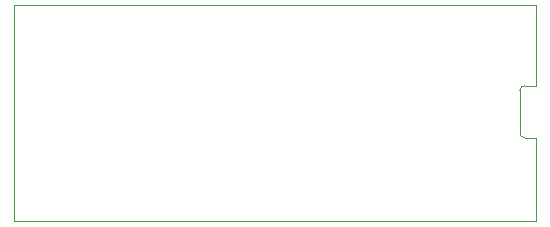
<source format=gm1>
%TF.GenerationSoftware,KiCad,Pcbnew,(6.0.5)*%
%TF.CreationDate,2024-01-21T09:56:39+01:00*%
%TF.ProjectId,pmod_audio_mono,706d6f64-5f61-4756-9469-6f5f6d6f6e6f,rev?*%
%TF.SameCoordinates,Original*%
%TF.FileFunction,Profile,NP*%
%FSLAX46Y46*%
G04 Gerber Fmt 4.6, Leading zero omitted, Abs format (unit mm)*
G04 Created by KiCad (PCBNEW (6.0.5)) date 2024-01-21 09:56:39*
%MOMM*%
%LPD*%
G01*
G04 APERTURE LIST*
%TA.AperFunction,Profile*%
%ADD10C,0.100000*%
%TD*%
%TA.AperFunction,Profile*%
%ADD11C,0.120000*%
%TD*%
G04 APERTURE END LIST*
D10*
X135500000Y-108250000D02*
X132250000Y-108250000D01*
X176500000Y-108250000D02*
X176500000Y-105500000D01*
X168250000Y-90000000D02*
X176500000Y-90000000D01*
X132250000Y-90000000D02*
X132250000Y-90250000D01*
X176500000Y-90000000D02*
X176500000Y-92500000D01*
X168250000Y-90000000D02*
X135500000Y-90000000D01*
X135500000Y-90000000D02*
X132250000Y-90000000D01*
X168250000Y-108250000D02*
X176500000Y-108250000D01*
X132250000Y-90250000D02*
X132250000Y-108250000D01*
X135500000Y-108250000D02*
X168250000Y-108250000D01*
D11*
%TO.C,J1*%
X175500000Y-96800000D02*
X176500000Y-96800000D01*
X176500000Y-101200000D02*
X176500000Y-105500000D01*
X175500000Y-101200000D02*
X176500000Y-101200000D01*
X176500000Y-96800000D02*
X176500000Y-92500000D01*
X175100000Y-97200000D02*
X175100000Y-100800000D01*
X175500000Y-96800000D02*
G75*
G03*
X175100000Y-97200000I0J-400000D01*
G01*
X175100000Y-100800000D02*
G75*
G03*
X175500000Y-101200000I400002J2D01*
G01*
%TD*%
M02*

</source>
